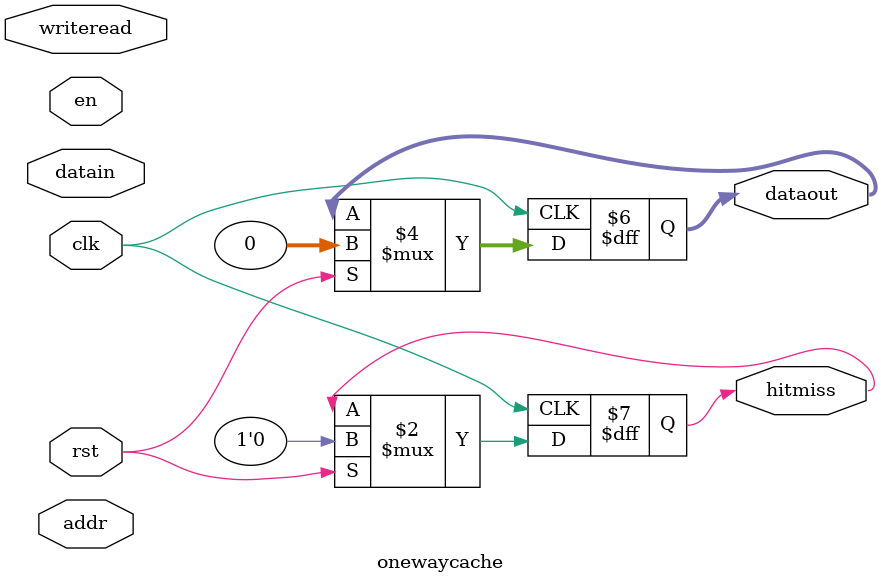
<source format=v>


module onewaycache(
    input [31:0] addr,
    input writeread,
    input en,
    input [31:0] datain,
    output reg [31:0] dataout,
    input clk,
    input rst,
    output reg hitmiss
);

reg [1023:0] mem[2**((8*32)-1):0];

always @ (posedge clk) begin
    if(rst) begin
        hitmiss <= 0;
        dataout <= 0;
    end

    if(en) begin
        if(writeread) begin
            //check data
        end
    end

end



endmodule // onewaycache
</source>
